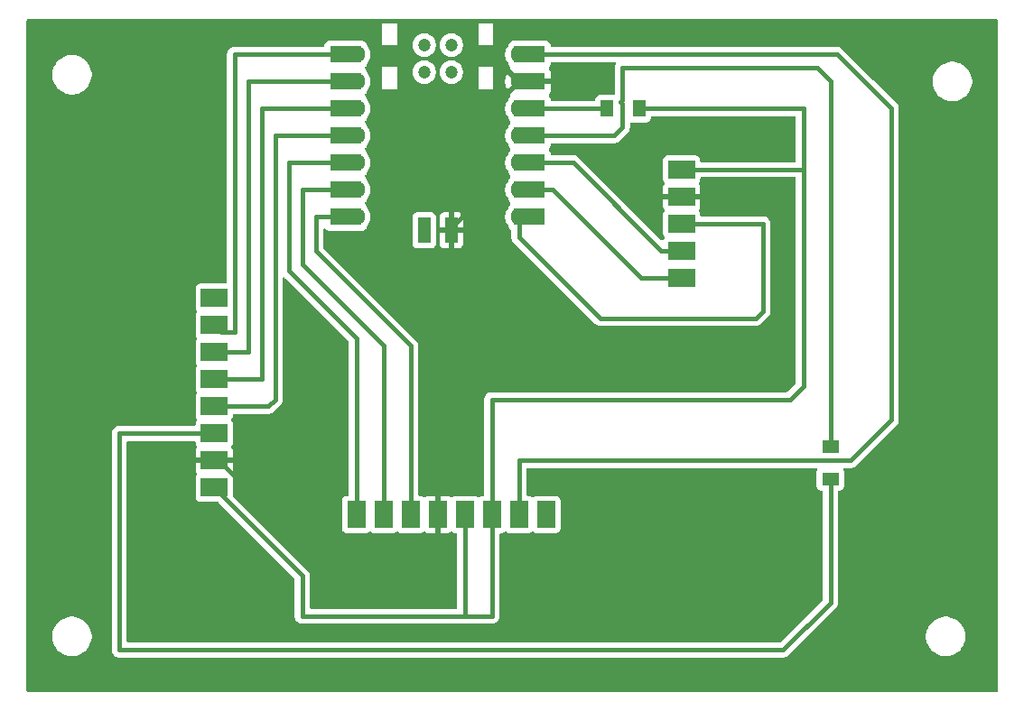
<source format=gbr>
%TF.GenerationSoftware,KiCad,Pcbnew,9.0.5*%
%TF.CreationDate,2025-12-10T20:46:37-05:00*%
%TF.ProjectId,main_board,6d61696e-5f62-46f6-9172-642e6b696361,rev?*%
%TF.SameCoordinates,Original*%
%TF.FileFunction,Copper,L1,Top*%
%TF.FilePolarity,Positive*%
%FSLAX46Y46*%
G04 Gerber Fmt 4.6, Leading zero omitted, Abs format (unit mm)*
G04 Created by KiCad (PCBNEW 9.0.5) date 2025-12-10 20:46:37*
%MOMM*%
%LPD*%
G01*
G04 APERTURE LIST*
%TA.AperFunction,SMDPad,CuDef*%
%ADD10R,2.500000X1.700000*%
%TD*%
%TA.AperFunction,SMDPad,CuDef*%
%ADD11R,1.600000X1.200000*%
%TD*%
%TA.AperFunction,ComponentPad*%
%ADD12C,1.600000*%
%TD*%
%TA.AperFunction,SMDPad,CuDef*%
%ADD13R,3.000000X1.600000*%
%TD*%
%TA.AperFunction,SMDPad,CuDef*%
%ADD14R,1.200000X2.400000*%
%TD*%
%TA.AperFunction,SMDPad,CuDef*%
%ADD15C,1.200000*%
%TD*%
%TA.AperFunction,SMDPad,CuDef*%
%ADD16R,1.200000X1.600000*%
%TD*%
%TA.AperFunction,SMDPad,CuDef*%
%ADD17R,1.700000X2.500000*%
%TD*%
%TA.AperFunction,Conductor*%
%ADD18C,0.400000*%
%TD*%
G04 APERTURE END LIST*
D10*
%TO.P,J3,1,Pin_1*%
%TO.N,/3V3*%
X183515000Y-83185000D03*
%TO.P,J3,2,Pin_2*%
%TO.N,/Gnd*%
X183515000Y-85725000D03*
%TO.P,J3,3,Pin_3*%
%TO.N,/MIC_BCLK*%
X183515000Y-88265000D03*
%TO.P,J3,4,Pin_4*%
%TO.N,/MIC_SD*%
X183515000Y-90805000D03*
%TO.P,J3,5,Pin_5*%
%TO.N,/MIC_WS*%
X183515000Y-93345000D03*
%TD*%
D11*
%TO.P,R2,1*%
%TO.N,/Red_Left*%
X197485000Y-112220000D03*
%TO.P,R2,2*%
X197485000Y-109220000D03*
%TD*%
D12*
%TO.P,M1,1,D0*%
%TO.N,/Red_Right*%
X153035000Y-72390000D03*
D13*
X152035000Y-72390000D03*
D12*
%TO.P,M1,2,D1*%
%TO.N,/Yel_Right*%
X153035000Y-74930000D03*
D13*
X152035000Y-74930000D03*
D12*
%TO.P,M1,3,D2*%
%TO.N,/Green*%
X153035000Y-77470000D03*
D13*
X152035000Y-77470000D03*
D12*
%TO.P,M1,4,D3*%
%TO.N,/Yel_Left*%
X153035000Y-80010000D03*
D13*
X152035000Y-80010000D03*
D12*
%TO.P,M1,5,D4*%
%TO.N,/OLED_SDA*%
X153035000Y-82550000D03*
D13*
X152035000Y-82550000D03*
D12*
%TO.P,M1,6,D5*%
%TO.N,/OLED_SCL*%
X153035000Y-85090000D03*
D13*
X152035000Y-85090000D03*
D12*
%TO.P,M1,7,D6*%
%TO.N,/BUZZ_SIG*%
X153035000Y-87630000D03*
D13*
X152035000Y-87630000D03*
D12*
%TO.P,M1,8,D7*%
%TO.N,/MIC_BCLK*%
X168270000Y-87630000D03*
D13*
X169270000Y-87630000D03*
D12*
%TO.P,M1,9,D8*%
%TO.N,/MIC_WS*%
X168270000Y-85090000D03*
D13*
X169270000Y-85090000D03*
D12*
%TO.P,M1,10,D9*%
%TO.N,/MIC_SD*%
X168270000Y-82550000D03*
D13*
X169270000Y-82550000D03*
D12*
%TO.P,M1,11,D10*%
%TO.N,/Red_Left*%
X168270000Y-80010000D03*
D13*
X169270000Y-80010000D03*
D12*
%TO.P,M1,12,3V3*%
%TO.N,/3V3*%
X168270000Y-77470000D03*
D13*
X169270000Y-77470000D03*
D12*
%TO.P,M1,13,GND*%
%TO.N,/Gnd*%
X168270000Y-74930000D03*
D13*
X169270000Y-74930000D03*
D12*
%TO.P,M1,14,5V*%
%TO.N,/5V*%
X168270000Y-72390000D03*
D13*
X169270000Y-72390000D03*
D14*
%TO.P,M1,15,GND*%
%TO.N,/Gnd*%
X161925000Y-88900000D03*
%TO.P,M1,16,VIN*%
%TO.N,unconnected-(M1-VIN-Pad16)*%
X159385000Y-88900000D03*
D15*
%TO.P,M1,17,SWDIO*%
%TO.N,unconnected-(M1-SWDIO-Pad17)*%
X159380000Y-71510000D03*
%TO.P,M1,18,RESET*%
%TO.N,unconnected-(M1-RESET-Pad18)*%
X159380000Y-74050000D03*
%TO.P,M1,19,GND*%
%TO.N,unconnected-(M1-GND-Pad19)*%
X161920000Y-74050000D03*
%TO.P,M1,20,SWCLK*%
%TO.N,unconnected-(M1-SWCLK-Pad20)*%
X161920000Y-71510000D03*
%TD*%
D16*
%TO.P,R1,1*%
%TO.N,/3V3*%
X179530000Y-77470000D03*
%TO.P,R1,2*%
X176530000Y-77470000D03*
%TD*%
D17*
%TO.P,J2,1,Pin_1*%
%TO.N,unconnected-(J2-Pin_1-Pad1)*%
X170815000Y-115570000D03*
%TO.P,J2,2,Pin_2*%
%TO.N,/5V*%
X168275000Y-115570000D03*
%TO.P,J2,3,Pin_3*%
%TO.N,/3V3*%
X165735000Y-115570000D03*
%TO.P,J2,4,Pin_4*%
X163195000Y-115570000D03*
%TO.P,J2,5,Pin_5*%
%TO.N,/Gnd*%
X160655000Y-115570000D03*
%TO.P,J2,6,Pin_6*%
%TO.N,/BUZZ_SIG*%
X158115000Y-115570000D03*
%TO.P,J2,7,Pin_7*%
%TO.N,/OLED_SCL*%
X155575000Y-115570000D03*
%TO.P,J2,8,Pin_8*%
%TO.N,/OLED_SDA*%
X153035000Y-115570000D03*
%TD*%
D10*
%TO.P,J1,1,Pin_1*%
%TO.N,/3V3*%
X139700000Y-113030000D03*
%TO.P,J1,2,Pin_2*%
%TO.N,/Gnd*%
X139700000Y-110490000D03*
%TO.P,J1,3,Pin_3*%
%TO.N,/Red_Left*%
X139700000Y-107950000D03*
%TO.P,J1,4,Pin_4*%
%TO.N,/Yel_Left*%
X139700000Y-105410000D03*
%TO.P,J1,5,Pin_5*%
%TO.N,/Green*%
X139700000Y-102870000D03*
%TO.P,J1,6,Pin_6*%
%TO.N,/Yel_Right*%
X139700000Y-100330000D03*
%TO.P,J1,7,Pin_7*%
%TO.N,/Red_Right*%
X139700000Y-97790000D03*
%TO.P,J1,8,Pin_8*%
%TO.N,unconnected-(J1-Pin_8-Pad8)*%
X139700000Y-95250000D03*
%TD*%
D18*
%TO.N,/Yel_Left*%
X144780000Y-105410000D02*
X145415000Y-104775000D01*
X145415000Y-80010000D02*
X153035000Y-80010000D01*
X145415000Y-104775000D02*
X145415000Y-80010000D01*
X139700000Y-105410000D02*
X144780000Y-105410000D01*
%TO.N,/3V3*%
X193675000Y-104775000D02*
X194945000Y-103505000D01*
X163195000Y-115570000D02*
X163195000Y-125095000D01*
X183515000Y-83185000D02*
X194945000Y-83185000D01*
X147955000Y-125095000D02*
X163195000Y-125095000D01*
X165735000Y-104775000D02*
X193675000Y-104775000D01*
X147955000Y-121285000D02*
X147955000Y-125095000D01*
X168270000Y-77470000D02*
X176530000Y-77470000D01*
X139700000Y-113030000D02*
X147955000Y-121285000D01*
X163195000Y-125095000D02*
X165735000Y-125095000D01*
X165735000Y-125095000D02*
X165735000Y-115570000D01*
X165735000Y-115570000D02*
X165735000Y-104775000D01*
X179530000Y-77470000D02*
X194945000Y-77470000D01*
X194945000Y-77470000D02*
X194945000Y-103505000D01*
%TO.N,/Green*%
X139700000Y-102870000D02*
X144145000Y-102870000D01*
X144145000Y-77470000D02*
X153035000Y-77470000D01*
X144145000Y-102870000D02*
X144145000Y-77470000D01*
%TO.N,/Red_Right*%
X139700000Y-97790000D02*
X140335000Y-98425000D01*
X141605000Y-72390000D02*
X153035000Y-72390000D01*
X141605000Y-98425000D02*
X141605000Y-72390000D01*
X140335000Y-98425000D02*
X141605000Y-98425000D01*
%TO.N,/Yel_Right*%
X142875000Y-100330000D02*
X142875000Y-74930000D01*
X139700000Y-100330000D02*
X142875000Y-100330000D01*
X142875000Y-74930000D02*
X153035000Y-74930000D01*
%TO.N,/Red_Left*%
X193040000Y-128270000D02*
X197485000Y-123825000D01*
X177800000Y-76835000D02*
X177834000Y-76869000D01*
X196215000Y-73660000D02*
X177970183Y-73660000D01*
X197485000Y-74930000D02*
X197485000Y-109220000D01*
X130810000Y-107950000D02*
X130810000Y-128270000D01*
X177165000Y-80010000D02*
X177970183Y-79204817D01*
X130810000Y-128270000D02*
X193040000Y-128270000D01*
X197485000Y-74930000D02*
X196215000Y-73660000D01*
X177970183Y-73660000D02*
X177970183Y-76664817D01*
X139700000Y-107950000D02*
X130810000Y-107950000D01*
X177970183Y-77005183D02*
X177800000Y-76835000D01*
X197485000Y-112220000D02*
X197485000Y-123825000D01*
X177970183Y-79204817D02*
X177970183Y-77005183D01*
X168270000Y-80010000D02*
X177165000Y-80010000D01*
%TO.N,/Gnd*%
X162926000Y-80274000D02*
X162926000Y-87630000D01*
X139700000Y-110490000D02*
X140100000Y-110490000D01*
X160655000Y-109855000D02*
X160655000Y-93345000D01*
X168270000Y-74930000D02*
X162926000Y-80274000D01*
X149860000Y-120250000D02*
X149860000Y-123190000D01*
X160655000Y-93345000D02*
X161925000Y-92075000D01*
X161925000Y-88631000D02*
X162926000Y-87630000D01*
X160645000Y-115560000D02*
X160655000Y-115570000D01*
X193040000Y-85725000D02*
X193040000Y-102870000D01*
X161925000Y-88900000D02*
X161925000Y-88631000D01*
X140100000Y-110490000D02*
X149860000Y-120250000D01*
X160655000Y-123190000D02*
X160655000Y-115570000D01*
X149860000Y-123190000D02*
X160655000Y-123190000D01*
X183515000Y-85725000D02*
X193040000Y-85725000D01*
X161925000Y-92075000D02*
X161925000Y-88900000D01*
X160655000Y-102870000D02*
X160655000Y-109855000D01*
X160655000Y-115570000D02*
X160655000Y-109855000D01*
X193040000Y-102870000D02*
X160655000Y-102870000D01*
%TO.N,/BUZZ_SIG*%
X149225000Y-87630000D02*
X149225000Y-90805000D01*
X158115000Y-99695000D02*
X158115000Y-115570000D01*
X153035000Y-87630000D02*
X149225000Y-87630000D01*
X149225000Y-90805000D02*
X158115000Y-99695000D01*
%TO.N,/OLED_SDA*%
X146685000Y-82550000D02*
X146685000Y-92710000D01*
X153035000Y-82550000D02*
X146685000Y-82550000D01*
X146685000Y-92710000D02*
X153035000Y-99060000D01*
X153035000Y-99060000D02*
X153035000Y-115570000D01*
%TO.N,/OLED_SCL*%
X155575000Y-99695000D02*
X155575000Y-115570000D01*
X147955000Y-85090000D02*
X147955000Y-92075000D01*
X153035000Y-85090000D02*
X147955000Y-85090000D01*
X147955000Y-92075000D02*
X155575000Y-99695000D01*
%TO.N,/MIC_SD*%
X168270000Y-82550000D02*
X173355000Y-82550000D01*
X181610000Y-90805000D02*
X183515000Y-90805000D01*
X173355000Y-82550000D02*
X181610000Y-90805000D01*
%TO.N,/MIC_BCLK*%
X191135000Y-88265000D02*
X183515000Y-88265000D01*
X168270000Y-89530000D02*
X175895000Y-97155000D01*
X191135000Y-96520000D02*
X191135000Y-88265000D01*
X175895000Y-97155000D02*
X190500000Y-97155000D01*
X190500000Y-97155000D02*
X191135000Y-96520000D01*
X168270000Y-87630000D02*
X168270000Y-89530000D01*
%TO.N,/MIC_WS*%
X168270000Y-85090000D02*
X171450000Y-85090000D01*
X171450000Y-85090000D02*
X179705000Y-93345000D01*
X179705000Y-93345000D02*
X183515000Y-93345000D01*
%TO.N,/5V*%
X198120000Y-72390000D02*
X203200000Y-77470000D01*
X199390000Y-110490000D02*
X193508013Y-110490000D01*
X193508013Y-110490000D02*
X193502554Y-110484541D01*
X203200000Y-77470000D02*
X203200000Y-106680000D01*
X193497095Y-110490000D02*
X168275000Y-110490000D01*
X168270000Y-72390000D02*
X198120000Y-72390000D01*
X193502554Y-110484541D02*
X193497095Y-110490000D01*
X168275000Y-110490000D02*
X168275000Y-115570000D01*
X203200000Y-106680000D02*
X199390000Y-110490000D01*
%TD*%
%TA.AperFunction,Conductor*%
%TO.N,/Gnd*%
G36*
X177285990Y-73093363D02*
G01*
X177296075Y-73092097D01*
X177318950Y-73103041D01*
X177343278Y-73110185D01*
X177349932Y-73117865D01*
X177359102Y-73122252D01*
X177372429Y-73143828D01*
X177389033Y-73162989D01*
X177390479Y-73173047D01*
X177395821Y-73181695D01*
X177395368Y-73207047D01*
X177398977Y-73232147D01*
X177394721Y-73243253D01*
X177394573Y-73251554D01*
X177379342Y-73283389D01*
X177369926Y-73297482D01*
X177349408Y-73328188D01*
X177349404Y-73328195D01*
X177296604Y-73455667D01*
X177296601Y-73455677D01*
X177269683Y-73591004D01*
X177269683Y-76045500D01*
X177249998Y-76112539D01*
X177197194Y-76158294D01*
X177145683Y-76169500D01*
X175882129Y-76169500D01*
X175882123Y-76169501D01*
X175822516Y-76175908D01*
X175687671Y-76226202D01*
X175687664Y-76226206D01*
X175572455Y-76312452D01*
X175572452Y-76312455D01*
X175486206Y-76427664D01*
X175486202Y-76427671D01*
X175435908Y-76562517D01*
X175431470Y-76603802D01*
X175429501Y-76622123D01*
X175429500Y-76622135D01*
X175429500Y-76645500D01*
X175409815Y-76712539D01*
X175357011Y-76758294D01*
X175305500Y-76769500D01*
X171394499Y-76769500D01*
X171327460Y-76749815D01*
X171281705Y-76697011D01*
X171270499Y-76645500D01*
X171270499Y-76622129D01*
X171270498Y-76622123D01*
X171270497Y-76622116D01*
X171264091Y-76562517D01*
X171213796Y-76427669D01*
X171213795Y-76427668D01*
X171213793Y-76427664D01*
X171127547Y-76312455D01*
X171109511Y-76298953D01*
X171067640Y-76243019D01*
X171062657Y-76173327D01*
X171096143Y-76112004D01*
X171109515Y-76100418D01*
X171127191Y-76087186D01*
X171213350Y-75972093D01*
X171213354Y-75972086D01*
X171263596Y-75837379D01*
X171263598Y-75837372D01*
X171269999Y-75777844D01*
X171270000Y-75777827D01*
X171270000Y-75180000D01*
X169394000Y-75180000D01*
X169326961Y-75160315D01*
X169281206Y-75107511D01*
X169270000Y-75056000D01*
X169270000Y-74804000D01*
X169289685Y-74736961D01*
X169342489Y-74691206D01*
X169394000Y-74680000D01*
X171270000Y-74680000D01*
X171270000Y-74082172D01*
X171269999Y-74082155D01*
X171263598Y-74022627D01*
X171263596Y-74022620D01*
X171213354Y-73887913D01*
X171213350Y-73887906D01*
X171127190Y-73772812D01*
X171127189Y-73772811D01*
X171109513Y-73759579D01*
X171067641Y-73703646D01*
X171062657Y-73633954D01*
X171096142Y-73572631D01*
X171109500Y-73561055D01*
X171127546Y-73547546D01*
X171213796Y-73432331D01*
X171264091Y-73297483D01*
X171270500Y-73237873D01*
X171270500Y-73214500D01*
X171290185Y-73147461D01*
X171342989Y-73101706D01*
X171394500Y-73090500D01*
X177276239Y-73090500D01*
X177285990Y-73093363D01*
G37*
%TD.AperFunction*%
%TA.AperFunction,Conductor*%
G36*
X213120039Y-69100185D02*
G01*
X213165794Y-69152989D01*
X213177000Y-69204500D01*
X213177000Y-132090500D01*
X213157315Y-132157539D01*
X213104511Y-132203294D01*
X213053000Y-132214500D01*
X122227000Y-132214500D01*
X122159961Y-132194815D01*
X122114206Y-132142011D01*
X122103000Y-132090500D01*
X122103000Y-126878711D01*
X124514500Y-126878711D01*
X124514500Y-126878712D01*
X124514500Y-127121288D01*
X124546162Y-127361789D01*
X124577554Y-127478944D01*
X124608947Y-127596104D01*
X124701773Y-127820205D01*
X124701776Y-127820212D01*
X124823064Y-128030289D01*
X124823066Y-128030292D01*
X124823067Y-128030293D01*
X124970733Y-128222736D01*
X124970739Y-128222743D01*
X125142256Y-128394260D01*
X125142262Y-128394265D01*
X125334711Y-128541936D01*
X125544788Y-128663224D01*
X125768900Y-128756054D01*
X126003211Y-128818838D01*
X126183586Y-128842584D01*
X126243711Y-128850500D01*
X126243712Y-128850500D01*
X126486289Y-128850500D01*
X126534388Y-128844167D01*
X126726789Y-128818838D01*
X126961100Y-128756054D01*
X127185212Y-128663224D01*
X127395289Y-128541936D01*
X127587738Y-128394265D01*
X127643008Y-128338995D01*
X130109499Y-128338995D01*
X130136418Y-128474322D01*
X130136421Y-128474332D01*
X130189221Y-128601804D01*
X130189228Y-128601817D01*
X130265885Y-128716541D01*
X130265888Y-128716545D01*
X130363454Y-128814111D01*
X130363458Y-128814114D01*
X130478182Y-128890771D01*
X130478195Y-128890778D01*
X130605667Y-128943578D01*
X130605672Y-128943580D01*
X130605676Y-128943580D01*
X130605677Y-128943581D01*
X130741004Y-128970500D01*
X130741007Y-128970500D01*
X193108996Y-128970500D01*
X193200040Y-128952389D01*
X193244328Y-128943580D01*
X193308069Y-128917177D01*
X193371807Y-128890777D01*
X193371808Y-128890776D01*
X193371811Y-128890775D01*
X193486543Y-128814114D01*
X194480452Y-127820205D01*
X195421947Y-126878711D01*
X206429500Y-126878711D01*
X206429500Y-126878712D01*
X206429500Y-127121288D01*
X206461162Y-127361789D01*
X206492554Y-127478944D01*
X206523947Y-127596104D01*
X206616773Y-127820205D01*
X206616776Y-127820212D01*
X206738064Y-128030289D01*
X206738066Y-128030292D01*
X206738067Y-128030293D01*
X206885733Y-128222736D01*
X206885739Y-128222743D01*
X207057256Y-128394260D01*
X207057262Y-128394265D01*
X207249711Y-128541936D01*
X207459788Y-128663224D01*
X207683900Y-128756054D01*
X207918211Y-128818838D01*
X208098586Y-128842584D01*
X208158711Y-128850500D01*
X208158712Y-128850500D01*
X208401289Y-128850500D01*
X208449388Y-128844167D01*
X208641789Y-128818838D01*
X208876100Y-128756054D01*
X209100212Y-128663224D01*
X209310289Y-128541936D01*
X209502738Y-128394265D01*
X209674265Y-128222738D01*
X209821936Y-128030289D01*
X209943224Y-127820212D01*
X210036054Y-127596100D01*
X210098838Y-127361789D01*
X210130500Y-127121288D01*
X210130500Y-126878712D01*
X210098838Y-126638211D01*
X210036054Y-126403900D01*
X209943224Y-126179788D01*
X209821936Y-125969711D01*
X209761018Y-125890321D01*
X209674266Y-125777263D01*
X209674260Y-125777256D01*
X209502743Y-125605739D01*
X209502736Y-125605733D01*
X209310293Y-125458067D01*
X209310292Y-125458066D01*
X209310289Y-125458064D01*
X209100212Y-125336776D01*
X209100205Y-125336773D01*
X208876104Y-125243947D01*
X208641785Y-125181161D01*
X208401289Y-125149500D01*
X208401288Y-125149500D01*
X208158712Y-125149500D01*
X208158711Y-125149500D01*
X207918214Y-125181161D01*
X207683895Y-125243947D01*
X207459794Y-125336773D01*
X207459785Y-125336777D01*
X207249706Y-125458067D01*
X207057263Y-125605733D01*
X207057256Y-125605739D01*
X206885739Y-125777256D01*
X206885733Y-125777263D01*
X206738067Y-125969706D01*
X206616777Y-126179785D01*
X206616773Y-126179794D01*
X206523947Y-126403895D01*
X206461161Y-126638214D01*
X206429500Y-126878711D01*
X195421947Y-126878711D01*
X195513686Y-126786972D01*
X197151157Y-125149500D01*
X198029114Y-124271543D01*
X198059819Y-124225587D01*
X198105775Y-124156811D01*
X198158580Y-124029328D01*
X198185500Y-123893993D01*
X198185500Y-113444499D01*
X198205185Y-113377460D01*
X198257989Y-113331705D01*
X198309500Y-113320499D01*
X198332871Y-113320499D01*
X198332872Y-113320499D01*
X198392483Y-113314091D01*
X198527331Y-113263796D01*
X198642546Y-113177546D01*
X198728796Y-113062331D01*
X198779091Y-112927483D01*
X198785500Y-112867873D01*
X198785499Y-111572128D01*
X198779091Y-111512517D01*
X198728796Y-111377669D01*
X198726754Y-111373929D01*
X198725847Y-111369762D01*
X198725697Y-111369359D01*
X198725755Y-111369337D01*
X198711901Y-111305657D01*
X198736316Y-111240192D01*
X198792249Y-111198319D01*
X198835585Y-111190500D01*
X199458996Y-111190500D01*
X199550040Y-111172389D01*
X199594328Y-111163580D01*
X199658069Y-111137177D01*
X199721807Y-111110777D01*
X199721808Y-111110776D01*
X199721811Y-111110775D01*
X199836543Y-111034114D01*
X203744114Y-107126543D01*
X203820775Y-107011811D01*
X203873580Y-106884328D01*
X203882389Y-106840040D01*
X203900500Y-106748996D01*
X203900500Y-77401006D01*
X203893864Y-77367649D01*
X203893864Y-77367646D01*
X203873581Y-77265679D01*
X203873581Y-77265677D01*
X203873580Y-77265672D01*
X203873578Y-77265667D01*
X203820777Y-77138192D01*
X203744112Y-77023454D01*
X201529369Y-74808711D01*
X207064500Y-74808711D01*
X207064500Y-75051288D01*
X207086731Y-75220157D01*
X207096162Y-75291789D01*
X207106401Y-75330000D01*
X207158947Y-75526104D01*
X207251773Y-75750205D01*
X207251777Y-75750214D01*
X207267746Y-75777873D01*
X207373064Y-75960289D01*
X207373066Y-75960292D01*
X207373067Y-75960293D01*
X207520733Y-76152736D01*
X207520739Y-76152743D01*
X207692256Y-76324260D01*
X207692262Y-76324265D01*
X207884711Y-76471936D01*
X208094788Y-76593224D01*
X208318900Y-76686054D01*
X208553211Y-76748838D01*
X208733586Y-76772584D01*
X208793711Y-76780500D01*
X208793712Y-76780500D01*
X209036289Y-76780500D01*
X209084388Y-76774167D01*
X209276789Y-76748838D01*
X209511100Y-76686054D01*
X209735212Y-76593224D01*
X209945289Y-76471936D01*
X210137738Y-76324265D01*
X210309265Y-76152738D01*
X210456936Y-75960289D01*
X210578224Y-75750212D01*
X210671054Y-75526100D01*
X210733838Y-75291789D01*
X210765500Y-75051288D01*
X210765500Y-74808712D01*
X210733838Y-74568211D01*
X210671054Y-74333900D01*
X210578224Y-74109788D01*
X210456936Y-73899711D01*
X210359563Y-73772812D01*
X210309266Y-73707263D01*
X210309260Y-73707256D01*
X210137743Y-73535739D01*
X210137736Y-73535733D01*
X209945293Y-73388067D01*
X209945292Y-73388066D01*
X209945289Y-73388064D01*
X209735212Y-73266776D01*
X209698463Y-73251554D01*
X209511104Y-73173947D01*
X209276785Y-73111161D01*
X209036289Y-73079500D01*
X209036288Y-73079500D01*
X208793712Y-73079500D01*
X208793711Y-73079500D01*
X208553214Y-73111161D01*
X208318895Y-73173947D01*
X208094794Y-73266773D01*
X208094785Y-73266777D01*
X207884706Y-73388067D01*
X207692263Y-73535733D01*
X207692256Y-73535739D01*
X207520739Y-73707256D01*
X207520733Y-73707263D01*
X207373067Y-73899706D01*
X207251777Y-74109785D01*
X207251773Y-74109794D01*
X207158947Y-74333895D01*
X207096161Y-74568214D01*
X207064500Y-74808711D01*
X201529369Y-74808711D01*
X198566545Y-71845887D01*
X198451807Y-71769222D01*
X198324332Y-71716421D01*
X198324322Y-71716418D01*
X198188996Y-71689500D01*
X198188994Y-71689500D01*
X198188993Y-71689500D01*
X171394499Y-71689500D01*
X171327460Y-71669815D01*
X171281705Y-71617011D01*
X171270499Y-71565500D01*
X171270499Y-71542129D01*
X171270498Y-71542123D01*
X171270497Y-71542116D01*
X171264091Y-71482517D01*
X171213796Y-71347669D01*
X171213795Y-71347668D01*
X171213793Y-71347664D01*
X171127547Y-71232455D01*
X171127544Y-71232452D01*
X171012335Y-71146206D01*
X171012328Y-71146202D01*
X170877482Y-71095908D01*
X170877483Y-71095908D01*
X170817883Y-71089501D01*
X170817881Y-71089500D01*
X170817873Y-71089500D01*
X168372356Y-71089500D01*
X168372352Y-71089500D01*
X168167648Y-71089500D01*
X168167642Y-71089500D01*
X167722129Y-71089500D01*
X167722123Y-71089501D01*
X167662516Y-71095908D01*
X167527671Y-71146202D01*
X167527664Y-71146206D01*
X167412455Y-71232452D01*
X167412452Y-71232455D01*
X167326206Y-71347664D01*
X167326202Y-71347671D01*
X167275908Y-71482517D01*
X167271470Y-71523802D01*
X167248499Y-71583432D01*
X167157715Y-71708386D01*
X167064781Y-71890776D01*
X167001522Y-72085465D01*
X166969500Y-72287648D01*
X166969500Y-72492351D01*
X167001522Y-72694534D01*
X167064781Y-72889223D01*
X167157712Y-73071608D01*
X167157713Y-73071610D01*
X167248500Y-73196571D01*
X167271471Y-73256201D01*
X167275909Y-73297483D01*
X167326202Y-73432328D01*
X167326206Y-73432335D01*
X167412452Y-73547544D01*
X167412453Y-73547544D01*
X167412454Y-73547546D01*
X167430486Y-73561045D01*
X167472357Y-73616976D01*
X167477343Y-73686667D01*
X167443859Y-73747991D01*
X167443553Y-73748255D01*
X167443436Y-73749884D01*
X168223553Y-74530000D01*
X168217339Y-74530000D01*
X168115606Y-74557259D01*
X168024394Y-74609920D01*
X167949920Y-74684394D01*
X167897259Y-74775606D01*
X167870000Y-74877339D01*
X167870000Y-74883553D01*
X167190524Y-74204077D01*
X167190523Y-74204077D01*
X167158143Y-74248644D01*
X167065244Y-74430968D01*
X167002009Y-74625582D01*
X166970000Y-74827682D01*
X166970000Y-75032317D01*
X167002009Y-75234417D01*
X167065244Y-75429031D01*
X167158141Y-75611350D01*
X167158147Y-75611359D01*
X167190523Y-75655921D01*
X167190524Y-75655922D01*
X167870000Y-74976446D01*
X167870000Y-74982661D01*
X167897259Y-75084394D01*
X167949920Y-75175606D01*
X168024394Y-75250080D01*
X168115606Y-75302741D01*
X168217339Y-75330000D01*
X168223552Y-75330000D01*
X167443436Y-76110114D01*
X167444037Y-76118522D01*
X167472357Y-76156353D01*
X167477342Y-76226044D01*
X167443858Y-76287368D01*
X167430490Y-76298951D01*
X167412455Y-76312452D01*
X167412452Y-76312455D01*
X167326206Y-76427664D01*
X167326202Y-76427671D01*
X167275908Y-76562517D01*
X167271470Y-76603802D01*
X167248499Y-76663432D01*
X167157715Y-76788386D01*
X167064781Y-76970776D01*
X167001522Y-77165465D01*
X166969500Y-77367646D01*
X166969500Y-77572351D01*
X167001522Y-77774534D01*
X167064781Y-77969223D01*
X167157712Y-78151608D01*
X167157713Y-78151610D01*
X167248500Y-78276571D01*
X167271471Y-78336201D01*
X167275909Y-78377483D01*
X167326202Y-78512328D01*
X167326206Y-78512335D01*
X167412452Y-78627544D01*
X167412453Y-78627544D01*
X167412454Y-78627546D01*
X167430070Y-78640733D01*
X167430071Y-78640734D01*
X167471941Y-78696668D01*
X167476925Y-78766360D01*
X167443439Y-78827683D01*
X167430071Y-78839266D01*
X167412452Y-78852455D01*
X167326206Y-78967664D01*
X167326202Y-78967671D01*
X167275908Y-79102517D01*
X167271470Y-79143802D01*
X167248499Y-79203432D01*
X167157715Y-79328386D01*
X167064781Y-79510776D01*
X167001522Y-79705465D01*
X166969500Y-79907648D01*
X166969500Y-80112351D01*
X167001522Y-80314534D01*
X167064781Y-80509223D01*
X167157712Y-80691608D01*
X167157713Y-80691610D01*
X167248500Y-80816571D01*
X167271471Y-80876201D01*
X167275909Y-80917483D01*
X167326202Y-81052328D01*
X167326206Y-81052335D01*
X167412452Y-81167544D01*
X167412453Y-81167544D01*
X167412454Y-81167546D01*
X167430070Y-81180733D01*
X167430071Y-81180734D01*
X167471941Y-81236668D01*
X167476925Y-81306360D01*
X167443439Y-81367683D01*
X167430071Y-81379266D01*
X167412452Y-81392455D01*
X167326206Y-81507664D01*
X167326202Y-81507671D01*
X167275908Y-81642517D01*
X167271470Y-81683802D01*
X167248499Y-81743432D01*
X167157715Y-81868386D01*
X167064781Y-82050776D01*
X167001522Y-82245465D01*
X166969500Y-82447648D01*
X166969500Y-82652351D01*
X167001522Y-82854534D01*
X167064781Y-83049223D01*
X167157712Y-83231608D01*
X167157713Y-83231610D01*
X167248500Y-83356571D01*
X167271471Y-83416201D01*
X167275909Y-83457483D01*
X167326202Y-83592328D01*
X167326206Y-83592335D01*
X167412452Y-83707544D01*
X167412453Y-83707544D01*
X167412454Y-83707546D01*
X167430070Y-83720733D01*
X167430071Y-83720734D01*
X167471941Y-83776668D01*
X167476925Y-83846360D01*
X167443439Y-83907683D01*
X167430071Y-83919266D01*
X167412452Y-83932455D01*
X167326206Y-84047664D01*
X167326202Y-84047671D01*
X167275908Y-84182517D01*
X167271470Y-84223802D01*
X167248499Y-84283432D01*
X167157715Y-84408386D01*
X167064781Y-84590776D01*
X167001522Y-84785465D01*
X166969500Y-84987648D01*
X166969500Y-85192351D01*
X167001522Y-85394534D01*
X167064781Y-85589223D01*
X167157712Y-85771608D01*
X167157713Y-85771610D01*
X167248500Y-85896571D01*
X167271471Y-85956201D01*
X167275909Y-85997483D01*
X167326202Y-86132328D01*
X167326206Y-86132335D01*
X167412452Y-86247544D01*
X167412453Y-86247544D01*
X167412454Y-86247546D01*
X167430070Y-86260733D01*
X167430071Y-86260734D01*
X167471941Y-86316668D01*
X167476925Y-86386360D01*
X167443439Y-86447683D01*
X167430071Y-86459266D01*
X167412452Y-86472455D01*
X167326206Y-86587664D01*
X167326202Y-86587671D01*
X167275908Y-86722517D01*
X167271470Y-86763802D01*
X167248499Y-86823432D01*
X167157715Y-86948386D01*
X167064781Y-87130776D01*
X167001522Y-87325465D01*
X166969500Y-87527648D01*
X166969500Y-87732351D01*
X167001522Y-87934534D01*
X167064781Y-88129223D01*
X167157712Y-88311608D01*
X167157713Y-88311610D01*
X167248500Y-88436571D01*
X167271471Y-88496201D01*
X167275909Y-88537483D01*
X167326202Y-88672328D01*
X167326206Y-88672335D01*
X167383766Y-88749224D01*
X167412454Y-88787546D01*
X167519811Y-88867914D01*
X167561682Y-88923847D01*
X167569500Y-88967180D01*
X167569500Y-89461006D01*
X167569500Y-89598994D01*
X167569500Y-89598996D01*
X167569499Y-89598996D01*
X167596418Y-89734322D01*
X167596421Y-89734332D01*
X167649222Y-89861807D01*
X167725887Y-89976545D01*
X167725888Y-89976546D01*
X175350886Y-97601542D01*
X175448456Y-97699112D01*
X175448459Y-97699115D01*
X175563182Y-97775771D01*
X175563189Y-97775775D01*
X175631874Y-97804225D01*
X175690671Y-97828580D01*
X175717591Y-97833934D01*
X175810669Y-97852449D01*
X175826006Y-97855500D01*
X175826007Y-97855500D01*
X190568996Y-97855500D01*
X190677412Y-97833934D01*
X190704328Y-97828580D01*
X190768069Y-97802177D01*
X190831807Y-97775777D01*
X190831808Y-97775776D01*
X190831811Y-97775775D01*
X190946543Y-97699114D01*
X191679114Y-96966543D01*
X191755775Y-96851811D01*
X191808580Y-96724328D01*
X191817389Y-96680040D01*
X191835500Y-96588996D01*
X191835500Y-88196004D01*
X191808581Y-88060677D01*
X191808580Y-88060676D01*
X191808580Y-88060672D01*
X191808578Y-88060667D01*
X191755778Y-87933195D01*
X191755771Y-87933182D01*
X191679114Y-87818458D01*
X191679111Y-87818454D01*
X191581545Y-87720888D01*
X191581541Y-87720885D01*
X191466817Y-87644228D01*
X191466804Y-87644221D01*
X191339332Y-87591421D01*
X191339322Y-87591418D01*
X191203995Y-87564500D01*
X191203993Y-87564500D01*
X185389499Y-87564500D01*
X185322460Y-87544815D01*
X185276705Y-87492011D01*
X185265499Y-87440500D01*
X185265499Y-87367129D01*
X185265498Y-87367123D01*
X185265497Y-87367116D01*
X185259091Y-87307517D01*
X185240118Y-87256649D01*
X185208797Y-87172671D01*
X185208795Y-87172668D01*
X185131109Y-87068893D01*
X185106692Y-87003430D01*
X185121543Y-86935157D01*
X185131110Y-86920271D01*
X185208352Y-86817089D01*
X185208354Y-86817086D01*
X185258596Y-86682379D01*
X185258598Y-86682372D01*
X185264999Y-86622844D01*
X185265000Y-86622827D01*
X185265000Y-85975000D01*
X181765000Y-85975000D01*
X181765000Y-86622844D01*
X181771401Y-86682372D01*
X181771403Y-86682379D01*
X181821645Y-86817086D01*
X181821646Y-86817088D01*
X181898890Y-86920272D01*
X181923307Y-86985736D01*
X181908456Y-87054009D01*
X181898890Y-87068894D01*
X181821204Y-87172669D01*
X181821202Y-87172671D01*
X181770908Y-87307517D01*
X181767114Y-87342812D01*
X181764501Y-87367123D01*
X181764500Y-87367135D01*
X181764500Y-89162870D01*
X181764501Y-89162876D01*
X181770908Y-89222483D01*
X181821202Y-89357328D01*
X181821203Y-89357330D01*
X181898578Y-89460689D01*
X181905922Y-89480379D01*
X181917613Y-89497843D01*
X181917886Y-89512457D01*
X181922995Y-89526153D01*
X181918527Y-89546690D01*
X181918921Y-89567701D01*
X181909978Y-89585991D01*
X181908144Y-89594426D01*
X181904863Y-89600074D01*
X181901924Y-89604841D01*
X181821204Y-89712669D01*
X181799391Y-89771151D01*
X181793006Y-89781509D01*
X181775710Y-89797071D01*
X181761764Y-89815703D01*
X181750222Y-89820007D01*
X181741068Y-89828245D01*
X181718101Y-89831987D01*
X181696299Y-89840119D01*
X181684264Y-89837501D01*
X181672108Y-89839482D01*
X181650763Y-89830213D01*
X181628026Y-89825267D01*
X181612352Y-89813533D01*
X181608020Y-89811652D01*
X181606192Y-89808921D01*
X181599773Y-89804116D01*
X173801546Y-82005888D01*
X173801545Y-82005887D01*
X173686807Y-81929222D01*
X173559332Y-81876421D01*
X173559322Y-81876418D01*
X173423996Y-81849500D01*
X173423994Y-81849500D01*
X173423993Y-81849500D01*
X171394499Y-81849500D01*
X171327460Y-81829815D01*
X171281705Y-81777011D01*
X171270499Y-81725500D01*
X171270499Y-81702129D01*
X171270498Y-81702123D01*
X171270497Y-81702116D01*
X171264091Y-81642517D01*
X171213796Y-81507669D01*
X171213795Y-81507668D01*
X171213793Y-81507664D01*
X171127547Y-81392455D01*
X171127546Y-81392454D01*
X171109930Y-81379267D01*
X171068058Y-81323334D01*
X171063074Y-81253642D01*
X171096558Y-81192319D01*
X171109930Y-81180733D01*
X171127546Y-81167546D01*
X171213796Y-81052331D01*
X171264091Y-80917483D01*
X171270500Y-80857873D01*
X171270500Y-80834500D01*
X171290185Y-80767461D01*
X171342989Y-80721706D01*
X171394500Y-80710500D01*
X177233996Y-80710500D01*
X177328969Y-80691608D01*
X177369328Y-80683580D01*
X177433069Y-80657177D01*
X177496807Y-80630777D01*
X177496808Y-80630776D01*
X177496811Y-80630775D01*
X177611543Y-80554114D01*
X178514297Y-79651360D01*
X178590958Y-79536628D01*
X178643763Y-79409145D01*
X178659826Y-79328391D01*
X178670683Y-79273813D01*
X178670683Y-78884928D01*
X178690368Y-78817889D01*
X178743172Y-78772134D01*
X178812330Y-78762190D01*
X178822132Y-78764049D01*
X178822514Y-78764090D01*
X178822517Y-78764091D01*
X178882127Y-78770500D01*
X180177872Y-78770499D01*
X180237483Y-78764091D01*
X180372331Y-78713796D01*
X180487546Y-78627546D01*
X180573796Y-78512331D01*
X180624091Y-78377483D01*
X180630500Y-78317873D01*
X180630500Y-78294500D01*
X180650185Y-78227461D01*
X180702989Y-78181706D01*
X180754500Y-78170500D01*
X194120500Y-78170500D01*
X194187539Y-78190185D01*
X194233294Y-78242989D01*
X194244500Y-78294500D01*
X194244500Y-82360500D01*
X194224815Y-82427539D01*
X194172011Y-82473294D01*
X194120500Y-82484500D01*
X185389499Y-82484500D01*
X185322460Y-82464815D01*
X185276705Y-82412011D01*
X185265499Y-82360500D01*
X185265499Y-82287129D01*
X185265498Y-82287123D01*
X185265497Y-82287116D01*
X185259091Y-82227517D01*
X185208796Y-82092669D01*
X185208795Y-82092668D01*
X185208793Y-82092664D01*
X185122547Y-81977455D01*
X185122544Y-81977452D01*
X185007335Y-81891206D01*
X185007328Y-81891202D01*
X184872482Y-81840908D01*
X184872483Y-81840908D01*
X184812883Y-81834501D01*
X184812881Y-81834500D01*
X184812873Y-81834500D01*
X184812864Y-81834500D01*
X182217129Y-81834500D01*
X182217123Y-81834501D01*
X182157516Y-81840908D01*
X182022671Y-81891202D01*
X182022664Y-81891206D01*
X181907455Y-81977452D01*
X181907452Y-81977455D01*
X181821206Y-82092664D01*
X181821202Y-82092671D01*
X181770908Y-82227517D01*
X181764501Y-82287116D01*
X181764501Y-82287123D01*
X181764500Y-82287135D01*
X181764500Y-84082870D01*
X181764501Y-84082876D01*
X181770908Y-84142483D01*
X181821202Y-84277328D01*
X181821206Y-84277335D01*
X181898889Y-84381105D01*
X181923307Y-84446569D01*
X181908456Y-84514842D01*
X181898890Y-84529727D01*
X181821647Y-84632910D01*
X181821645Y-84632913D01*
X181771403Y-84767620D01*
X181771401Y-84767627D01*
X181765000Y-84827155D01*
X181765000Y-85475000D01*
X185265000Y-85475000D01*
X185265000Y-84827172D01*
X185264999Y-84827155D01*
X185258598Y-84767627D01*
X185258596Y-84767620D01*
X185208354Y-84632913D01*
X185208352Y-84632910D01*
X185131110Y-84529729D01*
X185106692Y-84464265D01*
X185121543Y-84395992D01*
X185131105Y-84381111D01*
X185208796Y-84277331D01*
X185259091Y-84142483D01*
X185265500Y-84082873D01*
X185265500Y-84009500D01*
X185285185Y-83942461D01*
X185337989Y-83896706D01*
X185389500Y-83885500D01*
X194120500Y-83885500D01*
X194187539Y-83905185D01*
X194233294Y-83957989D01*
X194244500Y-84009500D01*
X194244500Y-103163481D01*
X194224815Y-103230520D01*
X194208181Y-103251162D01*
X193421162Y-104038181D01*
X193359839Y-104071666D01*
X193333481Y-104074500D01*
X165666005Y-104074500D01*
X165530677Y-104101418D01*
X165530667Y-104101421D01*
X165403195Y-104154221D01*
X165403182Y-104154228D01*
X165288458Y-104230885D01*
X165288454Y-104230888D01*
X165190888Y-104328454D01*
X165190885Y-104328458D01*
X165114228Y-104443182D01*
X165114221Y-104443195D01*
X165061421Y-104570667D01*
X165061418Y-104570677D01*
X165034500Y-104706004D01*
X165034500Y-113695500D01*
X165014815Y-113762539D01*
X164962011Y-113808294D01*
X164910502Y-113819500D01*
X164837130Y-113819500D01*
X164837123Y-113819501D01*
X164777516Y-113825908D01*
X164642671Y-113876202D01*
X164642669Y-113876203D01*
X164539311Y-113953578D01*
X164473847Y-113977995D01*
X164405574Y-113963144D01*
X164390689Y-113953578D01*
X164287330Y-113876203D01*
X164287328Y-113876202D01*
X164152482Y-113825908D01*
X164152483Y-113825908D01*
X164092883Y-113819501D01*
X164092881Y-113819500D01*
X164092873Y-113819500D01*
X164092864Y-113819500D01*
X162297129Y-113819500D01*
X162297123Y-113819501D01*
X162237516Y-113825908D01*
X162102671Y-113876202D01*
X162102669Y-113876204D01*
X161998894Y-113953890D01*
X161933430Y-113978307D01*
X161865157Y-113963456D01*
X161850272Y-113953890D01*
X161747088Y-113876646D01*
X161747086Y-113876645D01*
X161612379Y-113826403D01*
X161612372Y-113826401D01*
X161552844Y-113820000D01*
X160905000Y-113820000D01*
X160905000Y-117320000D01*
X161552828Y-117320000D01*
X161552844Y-117319999D01*
X161612372Y-117313598D01*
X161612379Y-117313596D01*
X161747086Y-117263354D01*
X161747089Y-117263352D01*
X161850271Y-117186110D01*
X161915735Y-117161692D01*
X161984008Y-117176543D01*
X161998888Y-117186105D01*
X162102076Y-117263352D01*
X162102668Y-117263795D01*
X162102671Y-117263797D01*
X162147618Y-117280561D01*
X162237517Y-117314091D01*
X162297127Y-117320500D01*
X162370500Y-117320499D01*
X162437538Y-117340183D01*
X162483294Y-117392986D01*
X162494500Y-117444499D01*
X162494500Y-124270500D01*
X162474815Y-124337539D01*
X162422011Y-124383294D01*
X162370500Y-124394500D01*
X148779500Y-124394500D01*
X148712461Y-124374815D01*
X148666706Y-124322011D01*
X148655500Y-124270500D01*
X148655500Y-121216004D01*
X148628581Y-121080677D01*
X148628580Y-121080676D01*
X148628580Y-121080672D01*
X148628578Y-121080667D01*
X148575777Y-120953192D01*
X148499112Y-120838454D01*
X141486818Y-113826160D01*
X141453333Y-113764837D01*
X141450499Y-113738479D01*
X141450499Y-112132129D01*
X141450498Y-112132123D01*
X141450497Y-112132116D01*
X141444091Y-112072517D01*
X141393796Y-111937669D01*
X141316109Y-111833893D01*
X141291692Y-111768430D01*
X141306543Y-111700157D01*
X141316110Y-111685271D01*
X141393352Y-111582089D01*
X141393354Y-111582086D01*
X141443596Y-111447379D01*
X141443598Y-111447372D01*
X141449999Y-111387844D01*
X141450000Y-111387827D01*
X141450000Y-110740000D01*
X137950000Y-110740000D01*
X137950000Y-111387844D01*
X137956401Y-111447372D01*
X137956403Y-111447379D01*
X138006645Y-111582086D01*
X138006646Y-111582088D01*
X138083890Y-111685272D01*
X138108307Y-111750736D01*
X138093456Y-111819009D01*
X138083890Y-111833894D01*
X138006204Y-111937669D01*
X138006202Y-111937671D01*
X137955908Y-112072517D01*
X137949501Y-112132116D01*
X137949501Y-112132123D01*
X137949500Y-112132135D01*
X137949500Y-113927870D01*
X137949501Y-113927876D01*
X137955908Y-113987483D01*
X138006202Y-114122328D01*
X138006206Y-114122335D01*
X138092452Y-114237544D01*
X138092455Y-114237547D01*
X138207664Y-114323793D01*
X138207671Y-114323797D01*
X138342517Y-114374091D01*
X138342516Y-114374091D01*
X138349444Y-114374835D01*
X138402127Y-114380500D01*
X140008480Y-114380499D01*
X140075519Y-114400184D01*
X140096161Y-114416818D01*
X147218181Y-121538838D01*
X147251666Y-121600161D01*
X147254500Y-121626519D01*
X147254500Y-125163993D01*
X147254500Y-125163995D01*
X147254499Y-125163995D01*
X147281418Y-125299322D01*
X147281421Y-125299332D01*
X147334221Y-125426804D01*
X147334228Y-125426817D01*
X147410885Y-125541541D01*
X147410888Y-125541545D01*
X147508454Y-125639111D01*
X147508458Y-125639114D01*
X147623182Y-125715771D01*
X147623195Y-125715778D01*
X147750667Y-125768578D01*
X147750672Y-125768580D01*
X147750676Y-125768580D01*
X147750677Y-125768581D01*
X147886004Y-125795500D01*
X147886007Y-125795500D01*
X165803995Y-125795500D01*
X165895711Y-125777256D01*
X165939328Y-125768580D01*
X166066811Y-125715775D01*
X166181542Y-125639114D01*
X166279114Y-125541542D01*
X166355775Y-125426811D01*
X166408580Y-125299328D01*
X166435500Y-125163993D01*
X166435500Y-117444499D01*
X166455185Y-117377460D01*
X166507989Y-117331705D01*
X166559500Y-117320499D01*
X166632871Y-117320499D01*
X166632872Y-117320499D01*
X166692483Y-117314091D01*
X166827331Y-117263796D01*
X166930690Y-117186421D01*
X166996152Y-117162004D01*
X167064425Y-117176855D01*
X167079303Y-117186416D01*
X167182076Y-117263352D01*
X167182668Y-117263795D01*
X167182671Y-117263797D01*
X167317517Y-117314091D01*
X167317516Y-117314091D01*
X167324444Y-117314835D01*
X167377127Y-117320500D01*
X169172872Y-117320499D01*
X169232483Y-117314091D01*
X169367331Y-117263796D01*
X169470690Y-117186421D01*
X169536152Y-117162004D01*
X169604425Y-117176855D01*
X169619303Y-117186416D01*
X169722076Y-117263352D01*
X169722668Y-117263795D01*
X169722671Y-117263797D01*
X169857517Y-117314091D01*
X169857516Y-117314091D01*
X169864444Y-117314835D01*
X169917127Y-117320500D01*
X171712872Y-117320499D01*
X171772483Y-117314091D01*
X171907331Y-117263796D01*
X172022546Y-117177546D01*
X172108796Y-117062331D01*
X172159091Y-116927483D01*
X172165500Y-116867873D01*
X172165499Y-114272128D01*
X172159091Y-114212517D01*
X172125455Y-114122335D01*
X172108797Y-114077671D01*
X172108793Y-114077664D01*
X172022547Y-113962455D01*
X172022544Y-113962452D01*
X171907335Y-113876206D01*
X171907328Y-113876202D01*
X171772482Y-113825908D01*
X171772483Y-113825908D01*
X171712883Y-113819501D01*
X171712881Y-113819500D01*
X171712873Y-113819500D01*
X171712864Y-113819500D01*
X169917129Y-113819500D01*
X169917123Y-113819501D01*
X169857516Y-113825908D01*
X169722671Y-113876202D01*
X169722669Y-113876203D01*
X169619311Y-113953578D01*
X169553847Y-113977995D01*
X169485574Y-113963144D01*
X169470689Y-113953578D01*
X169367330Y-113876203D01*
X169367328Y-113876202D01*
X169232482Y-113825908D01*
X169232483Y-113825908D01*
X169172883Y-113819501D01*
X169172881Y-113819500D01*
X169172873Y-113819500D01*
X169172865Y-113819500D01*
X169099500Y-113819500D01*
X169032461Y-113799815D01*
X168986706Y-113747011D01*
X168975500Y-113695500D01*
X168975500Y-111314500D01*
X168995185Y-111247461D01*
X169047989Y-111201706D01*
X169099500Y-111190500D01*
X193428101Y-111190500D01*
X193439020Y-111190500D01*
X196134415Y-111190500D01*
X196201454Y-111210185D01*
X196247209Y-111262989D01*
X196257153Y-111332147D01*
X196243246Y-111373929D01*
X196241203Y-111377669D01*
X196190908Y-111512517D01*
X196184501Y-111572116D01*
X196184501Y-111572123D01*
X196184500Y-111572135D01*
X196184500Y-112867870D01*
X196184501Y-112867876D01*
X196190908Y-112927483D01*
X196241202Y-113062328D01*
X196241206Y-113062335D01*
X196327452Y-113177544D01*
X196327455Y-113177547D01*
X196442664Y-113263793D01*
X196442671Y-113263797D01*
X196487618Y-113280561D01*
X196577517Y-113314091D01*
X196637127Y-113320500D01*
X196660497Y-113320499D01*
X196727536Y-113340181D01*
X196773292Y-113392983D01*
X196784500Y-113444499D01*
X196784500Y-123483481D01*
X196764815Y-123550520D01*
X196748181Y-123571162D01*
X192786162Y-127533181D01*
X192724839Y-127566666D01*
X192698481Y-127569500D01*
X131634500Y-127569500D01*
X131567461Y-127549815D01*
X131521706Y-127497011D01*
X131510500Y-127445500D01*
X131510500Y-108774500D01*
X131530185Y-108707461D01*
X131582989Y-108661706D01*
X131634500Y-108650500D01*
X137825501Y-108650500D01*
X137892540Y-108670185D01*
X137938295Y-108722989D01*
X137949501Y-108774500D01*
X137949501Y-108847876D01*
X137955908Y-108907483D01*
X138006202Y-109042328D01*
X138006206Y-109042335D01*
X138083889Y-109146105D01*
X138108307Y-109211569D01*
X138093456Y-109279842D01*
X138083890Y-109294727D01*
X138006647Y-109397910D01*
X138006645Y-109397913D01*
X137956403Y-109532620D01*
X137956401Y-109532627D01*
X137950000Y-109592155D01*
X137950000Y-110240000D01*
X141450000Y-110240000D01*
X141450000Y-109592172D01*
X141449999Y-109592155D01*
X141443598Y-109532627D01*
X141443596Y-109532620D01*
X141393354Y-109397913D01*
X141393352Y-109397910D01*
X141316110Y-109294729D01*
X141291692Y-109229265D01*
X141306543Y-109160992D01*
X141316105Y-109146111D01*
X141393796Y-109042331D01*
X141444091Y-108907483D01*
X141450500Y-108847873D01*
X141450499Y-107052128D01*
X141444091Y-106992517D01*
X141393796Y-106857669D01*
X141316421Y-106754309D01*
X141292004Y-106688848D01*
X141306855Y-106620575D01*
X141316416Y-106605696D01*
X141393796Y-106502331D01*
X141444091Y-106367483D01*
X141450500Y-106307873D01*
X141450500Y-106234500D01*
X141470185Y-106167461D01*
X141522989Y-106121706D01*
X141574500Y-106110500D01*
X144848996Y-106110500D01*
X144940040Y-106092389D01*
X144984328Y-106083580D01*
X145048069Y-106057177D01*
X145111807Y-106030777D01*
X145111808Y-106030776D01*
X145111811Y-106030775D01*
X145226543Y-105954114D01*
X145959114Y-105221543D01*
X146035775Y-105106811D01*
X146088580Y-104979328D01*
X146115500Y-104843994D01*
X146115500Y-104706006D01*
X146115500Y-93430519D01*
X146135185Y-93363480D01*
X146187989Y-93317725D01*
X146257147Y-93307781D01*
X146320703Y-93336806D01*
X146327181Y-93342838D01*
X152298181Y-99313838D01*
X152331666Y-99375161D01*
X152334500Y-99401519D01*
X152334500Y-113695500D01*
X152314815Y-113762539D01*
X152262011Y-113808294D01*
X152210502Y-113819500D01*
X152137130Y-113819500D01*
X152137123Y-113819501D01*
X152077516Y-113825908D01*
X151942671Y-113876202D01*
X151942664Y-113876206D01*
X151827455Y-113962452D01*
X151827452Y-113962455D01*
X151741206Y-114077664D01*
X151741202Y-114077671D01*
X151690908Y-114212517D01*
X151684501Y-114272116D01*
X151684501Y-114272123D01*
X151684500Y-114272135D01*
X151684500Y-116867870D01*
X151684501Y-116867876D01*
X151690908Y-116927483D01*
X151741202Y-117062328D01*
X151741206Y-117062335D01*
X151827452Y-117177544D01*
X151827455Y-117177547D01*
X151942664Y-117263793D01*
X151942671Y-117263797D01*
X152077517Y-117314091D01*
X152077516Y-117314091D01*
X152084444Y-117314835D01*
X152137127Y-117320500D01*
X153932872Y-117320499D01*
X153992483Y-117314091D01*
X154127331Y-117263796D01*
X154230690Y-117186421D01*
X154296152Y-117162004D01*
X154364425Y-117176855D01*
X154379303Y-117186416D01*
X154482076Y-117263352D01*
X154482668Y-117263795D01*
X154482671Y-117263797D01*
X154617517Y-117314091D01*
X154617516Y-117314091D01*
X154624444Y-117314835D01*
X154677127Y-117320500D01*
X156472872Y-117320499D01*
X156532483Y-117314091D01*
X156667331Y-117263796D01*
X156770690Y-117186421D01*
X156836152Y-117162004D01*
X156904425Y-117176855D01*
X156919303Y-117186416D01*
X157022076Y-117263352D01*
X157022668Y-117263795D01*
X157022671Y-117263797D01*
X157157517Y-117314091D01*
X157157516Y-117314091D01*
X157164444Y-117314835D01*
X157217127Y-117320500D01*
X159012872Y-117320499D01*
X159072483Y-117314091D01*
X159207331Y-117263796D01*
X159311106Y-117186109D01*
X159376570Y-117161692D01*
X159444843Y-117176543D01*
X159459729Y-117186110D01*
X159562910Y-117263352D01*
X159562913Y-117263354D01*
X159697620Y-117313596D01*
X159697627Y-117313598D01*
X159757155Y-117319999D01*
X159757172Y-117320000D01*
X160405000Y-117320000D01*
X160405000Y-113820000D01*
X159757155Y-113820000D01*
X159697627Y-113826401D01*
X159697620Y-113826403D01*
X159562913Y-113876645D01*
X159562910Y-113876647D01*
X159459727Y-113953890D01*
X159394262Y-113978307D01*
X159325989Y-113963455D01*
X159311105Y-113953889D01*
X159207335Y-113876206D01*
X159207328Y-113876202D01*
X159072482Y-113825908D01*
X159072483Y-113825908D01*
X159012883Y-113819501D01*
X159012881Y-113819500D01*
X159012873Y-113819500D01*
X159012865Y-113819500D01*
X158939500Y-113819500D01*
X158872461Y-113799815D01*
X158826706Y-113747011D01*
X158815500Y-113695500D01*
X158815500Y-99626004D01*
X158788581Y-99490677D01*
X158788580Y-99490676D01*
X158788580Y-99490672D01*
X158735775Y-99363189D01*
X158735774Y-99363188D01*
X158728990Y-99353034D01*
X158659115Y-99248458D01*
X158659109Y-99248451D01*
X149961819Y-90551161D01*
X149928334Y-90489838D01*
X149925500Y-90463480D01*
X149925500Y-88823535D01*
X149945185Y-88756496D01*
X149997989Y-88710741D01*
X150067147Y-88700797D01*
X150130703Y-88729822D01*
X150148762Y-88749219D01*
X150177454Y-88787546D01*
X150177455Y-88787546D01*
X150177456Y-88787548D01*
X150292664Y-88873793D01*
X150292671Y-88873797D01*
X150427517Y-88924091D01*
X150427516Y-88924091D01*
X150434444Y-88924835D01*
X150487127Y-88930500D01*
X152932643Y-88930499D01*
X152932648Y-88930500D01*
X153137352Y-88930500D01*
X153137357Y-88930499D01*
X153582872Y-88930499D01*
X153642483Y-88924091D01*
X153777331Y-88873796D01*
X153892546Y-88787546D01*
X153978796Y-88672331D01*
X154029091Y-88537483D01*
X154033530Y-88496191D01*
X154056499Y-88436567D01*
X154147287Y-88311610D01*
X154240220Y-88129219D01*
X154303477Y-87934534D01*
X154335500Y-87732352D01*
X154335500Y-87652135D01*
X158284500Y-87652135D01*
X158284500Y-90147870D01*
X158284501Y-90147876D01*
X158290908Y-90207483D01*
X158341202Y-90342328D01*
X158341206Y-90342335D01*
X158427452Y-90457544D01*
X158427455Y-90457547D01*
X158542664Y-90543793D01*
X158542671Y-90543797D01*
X158677517Y-90594091D01*
X158677516Y-90594091D01*
X158684444Y-90594835D01*
X158737127Y-90600500D01*
X160032872Y-90600499D01*
X160092483Y-90594091D01*
X160227331Y-90543796D01*
X160342546Y-90457546D01*
X160428796Y-90342331D01*
X160479091Y-90207483D01*
X160485500Y-90147873D01*
X160485500Y-90147844D01*
X160825000Y-90147844D01*
X160831401Y-90207372D01*
X160831403Y-90207379D01*
X160881645Y-90342086D01*
X160881649Y-90342093D01*
X160967809Y-90457187D01*
X160967812Y-90457190D01*
X161082906Y-90543350D01*
X161082913Y-90543354D01*
X161217620Y-90593596D01*
X161217627Y-90593598D01*
X161277155Y-90599999D01*
X161277172Y-90600000D01*
X161675000Y-90600000D01*
X162175000Y-90600000D01*
X162572828Y-90600000D01*
X162572844Y-90599999D01*
X162632372Y-90593598D01*
X162632379Y-90593596D01*
X162767086Y-90543354D01*
X162767093Y-90543350D01*
X162882187Y-90457190D01*
X162882190Y-90457187D01*
X162968350Y-90342093D01*
X162968354Y-90342086D01*
X163018596Y-90207379D01*
X163018598Y-90207372D01*
X163024999Y-90147844D01*
X163025000Y-90147827D01*
X163025000Y-89150000D01*
X162175000Y-89150000D01*
X162175000Y-90600000D01*
X161675000Y-90600000D01*
X161675000Y-89150000D01*
X160825000Y-89150000D01*
X160825000Y-90147844D01*
X160485500Y-90147844D01*
X160485499Y-88889397D01*
X160485499Y-87652155D01*
X160825000Y-87652155D01*
X160825000Y-88650000D01*
X161675000Y-88650000D01*
X162175000Y-88650000D01*
X163025000Y-88650000D01*
X163025000Y-87652172D01*
X163024999Y-87652155D01*
X163018598Y-87592627D01*
X163018596Y-87592620D01*
X162968354Y-87457913D01*
X162968350Y-87457906D01*
X162882190Y-87342812D01*
X162882187Y-87342809D01*
X162767093Y-87256649D01*
X162767086Y-87256645D01*
X162632379Y-87206403D01*
X162632372Y-87206401D01*
X162572844Y-87200000D01*
X162175000Y-87200000D01*
X162175000Y-88650000D01*
X161675000Y-88650000D01*
X161675000Y-87200000D01*
X161277155Y-87200000D01*
X161217627Y-87206401D01*
X161217620Y-87206403D01*
X161082913Y-87256645D01*
X161082906Y-87256649D01*
X160967812Y-87342809D01*
X160967809Y-87342812D01*
X160881649Y-87457906D01*
X160881645Y-87457913D01*
X160831403Y-87592620D01*
X160831401Y-87592627D01*
X160825000Y-87652155D01*
X160485499Y-87652155D01*
X160485499Y-87652129D01*
X160485498Y-87652123D01*
X160485497Y-87652116D01*
X160479091Y-87592517D01*
X160478682Y-87591421D01*
X160428797Y-87457671D01*
X160428793Y-87457664D01*
X160342547Y-87342455D01*
X160342544Y-87342452D01*
X160227335Y-87256206D01*
X160227328Y-87256202D01*
X160092482Y-87205908D01*
X160092483Y-87205908D01*
X160032883Y-87199501D01*
X160032881Y-87199500D01*
X160032873Y-87199500D01*
X160032864Y-87199500D01*
X158737129Y-87199500D01*
X158737123Y-87199501D01*
X158677516Y-87205908D01*
X158542671Y-87256202D01*
X158542664Y-87256206D01*
X158427455Y-87342452D01*
X158427452Y-87342455D01*
X158341206Y-87457664D01*
X158341202Y-87457671D01*
X158290908Y-87592517D01*
X158285349Y-87644228D01*
X158284501Y-87652123D01*
X158284500Y-87652135D01*
X154335500Y-87652135D01*
X154335500Y-87527648D01*
X154310074Y-87367116D01*
X154303477Y-87325465D01*
X154264790Y-87206401D01*
X154240220Y-87130781D01*
X154240218Y-87130778D01*
X154240218Y-87130776D01*
X154168270Y-86989571D01*
X154147287Y-86948390D01*
X154056499Y-86823429D01*
X154033528Y-86763797D01*
X154029091Y-86722516D01*
X153978797Y-86587671D01*
X153978793Y-86587664D01*
X153892547Y-86472455D01*
X153892546Y-86472454D01*
X153874930Y-86459267D01*
X153833058Y-86403334D01*
X153828074Y-86333642D01*
X153861558Y-86272319D01*
X153874930Y-86260733D01*
X153892546Y-86247546D01*
X153978796Y-86132331D01*
X154029091Y-85997483D01*
X154033530Y-85956191D01*
X154056499Y-85896567D01*
X154147287Y-85771610D01*
X154240220Y-85589219D01*
X154303477Y-85394534D01*
X154335500Y-85192352D01*
X154335500Y-84987648D01*
X154303477Y-84785466D01*
X154297678Y-84767620D01*
X154257336Y-84643458D01*
X154240220Y-84590781D01*
X154240218Y-84590778D01*
X154240218Y-84590776D01*
X154178284Y-84469225D01*
X154147287Y-84408390D01*
X154056499Y-84283429D01*
X154033528Y-84223797D01*
X154029091Y-84182516D01*
X153978797Y-84047671D01*
X153978793Y-84047664D01*
X153892547Y-83932455D01*
X153892546Y-83932454D01*
X153874930Y-83919267D01*
X153833058Y-83863334D01*
X153828074Y-83793642D01*
X153861558Y-83732319D01*
X153874930Y-83720733D01*
X153892546Y-83707546D01*
X153978796Y-83592331D01*
X154029091Y-83457483D01*
X154033530Y-83416191D01*
X154056499Y-83356567D01*
X154147287Y-83231610D01*
X154240220Y-83049219D01*
X154303477Y-82854534D01*
X154335500Y-82652352D01*
X154335500Y-82447648D01*
X154303477Y-82245466D01*
X154240220Y-82050781D01*
X154240218Y-82050778D01*
X154240218Y-82050776D01*
X154178284Y-81929225D01*
X154147287Y-81868390D01*
X154056499Y-81743429D01*
X154033528Y-81683797D01*
X154029091Y-81642516D01*
X153978797Y-81507671D01*
X153978793Y-81507664D01*
X153892547Y-81392455D01*
X153892546Y-81392454D01*
X153874930Y-81379267D01*
X153833058Y-81323334D01*
X153828074Y-81253642D01*
X153861558Y-81192319D01*
X153874930Y-81180733D01*
X153892546Y-81167546D01*
X153978796Y-81052331D01*
X154029091Y-80917483D01*
X154033530Y-80876191D01*
X154056499Y-80816567D01*
X154147287Y-80691610D01*
X154240220Y-80509219D01*
X154303477Y-80314534D01*
X154335500Y-80112352D01*
X154335500Y-79907648D01*
X154303477Y-79705466D01*
X154240220Y-79510781D01*
X154240218Y-79510778D01*
X154240218Y-79510776D01*
X154151377Y-79336418D01*
X154147287Y-79328390D01*
X154056499Y-79203429D01*
X154033528Y-79143797D01*
X154029091Y-79102516D01*
X153978797Y-78967671D01*
X153978793Y-78967664D01*
X153892547Y-78852455D01*
X153892546Y-78852454D01*
X153874929Y-78839266D01*
X153833058Y-78783334D01*
X153828074Y-78713642D01*
X153861558Y-78652319D01*
X153874930Y-78640733D01*
X153892546Y-78627546D01*
X153978796Y-78512331D01*
X154029091Y-78377483D01*
X154033530Y-78336191D01*
X154056499Y-78276567D01*
X154147287Y-78151610D01*
X154240220Y-77969219D01*
X154303477Y-77774534D01*
X154335500Y-77572352D01*
X154335500Y-77367648D01*
X154319349Y-77265679D01*
X154303477Y-77165465D01*
X154240218Y-76970776D01*
X154192077Y-76876296D01*
X154147287Y-76788390D01*
X154056499Y-76663429D01*
X154033528Y-76603797D01*
X154032391Y-76593222D01*
X154029091Y-76562517D01*
X153978796Y-76427669D01*
X153978795Y-76427668D01*
X153978793Y-76427664D01*
X153892547Y-76312455D01*
X153892546Y-76312454D01*
X153874930Y-76299267D01*
X153833058Y-76243334D01*
X153828074Y-76173642D01*
X153861558Y-76112319D01*
X153874930Y-76100733D01*
X153875351Y-76100418D01*
X153892546Y-76087546D01*
X153978796Y-75972331D01*
X154029091Y-75837483D01*
X154033530Y-75796191D01*
X154056499Y-75736567D01*
X154075801Y-75710000D01*
X155450000Y-75710000D01*
X156850000Y-75710000D01*
X164450000Y-75710000D01*
X165850000Y-75710000D01*
X165850000Y-73510000D01*
X164450000Y-73510000D01*
X164450000Y-75710000D01*
X156850000Y-75710000D01*
X156850000Y-73963389D01*
X158279500Y-73963389D01*
X158279500Y-74136610D01*
X158298475Y-74256418D01*
X158306598Y-74307701D01*
X158360127Y-74472445D01*
X158438768Y-74626788D01*
X158540586Y-74766928D01*
X158663072Y-74889414D01*
X158803212Y-74991232D01*
X158957555Y-75069873D01*
X159122299Y-75123402D01*
X159293389Y-75150500D01*
X159293390Y-75150500D01*
X159466610Y-75150500D01*
X159466611Y-75150500D01*
X159637701Y-75123402D01*
X159802445Y-75069873D01*
X159956788Y-74991232D01*
X160096928Y-74889414D01*
X160219414Y-74766928D01*
X160321232Y-74626788D01*
X160399873Y-74472445D01*
X160453402Y-74307701D01*
X160480500Y-74136611D01*
X160480500Y-73963389D01*
X160819500Y-73963389D01*
X160819500Y-74136610D01*
X160838475Y-74256418D01*
X160846598Y-74307701D01*
X160900127Y-74472445D01*
X160978768Y-74626788D01*
X161080586Y-74766928D01*
X161203072Y-74889414D01*
X161343212Y-74991232D01*
X161497555Y-75069873D01*
X161662299Y-75123402D01*
X161833389Y-75150500D01*
X161833390Y-75150500D01*
X162006610Y-75150500D01*
X162006611Y-75150500D01*
X162177701Y-75123402D01*
X162342445Y-75069873D01*
X162496788Y-74991232D01*
X162636928Y-74889414D01*
X162759414Y-74766928D01*
X162861232Y-74626788D01*
X162939873Y-74472445D01*
X162993402Y-74307701D01*
X163020500Y-74136611D01*
X163020500Y-73963389D01*
X162993402Y-73792299D01*
X162939873Y-73627555D01*
X162921251Y-73591007D01*
X162882491Y-73514934D01*
X162882490Y-73514933D01*
X162861231Y-73473211D01*
X162848488Y-73455672D01*
X162759414Y-73333072D01*
X162636928Y-73210586D01*
X162496788Y-73108768D01*
X162342445Y-73030127D01*
X162177701Y-72976598D01*
X162177699Y-72976597D01*
X162177698Y-72976597D01*
X162046271Y-72955781D01*
X162006611Y-72949500D01*
X161833389Y-72949500D01*
X161793728Y-72955781D01*
X161662302Y-72976597D01*
X161497552Y-73030128D01*
X161343211Y-73108768D01*
X161268583Y-73162989D01*
X161203072Y-73210586D01*
X161203070Y-73210588D01*
X161203069Y-73210588D01*
X161080588Y-73333069D01*
X161080588Y-73333070D01*
X161080586Y-73333072D01*
X161040632Y-73388064D01*
X160978768Y-73473211D01*
X160900128Y-73627552D01*
X160846597Y-73792302D01*
X160819500Y-73963389D01*
X160480500Y-73963389D01*
X160453402Y-73792299D01*
X160399873Y-73627555D01*
X160321232Y-73473212D01*
X160219414Y-73333072D01*
X160096928Y-73210586D01*
X159956788Y-73108768D01*
X159802445Y-73030127D01*
X159637701Y-72976598D01*
X159637699Y-72976597D01*
X159637698Y-72976597D01*
X159506271Y-72955781D01*
X159466611Y-72949500D01*
X159293389Y-72949500D01*
X159253728Y-72955781D01*
X159122302Y-72976597D01*
X158957552Y-73030128D01*
X158803211Y-73108768D01*
X158728583Y-73162989D01*
X158663072Y-73210586D01*
X158663070Y-73210588D01*
X158663069Y-73210588D01*
X158540588Y-73333069D01*
X158540588Y-73333070D01*
X158540586Y-73333072D01*
X158500632Y-73388064D01*
X158438768Y-73473211D01*
X158360128Y-73627552D01*
X158306597Y-73792302D01*
X158279500Y-73963389D01*
X156850000Y-73963389D01*
X156850000Y-73510000D01*
X155450000Y-73510000D01*
X155450000Y-75710000D01*
X154075801Y-75710000D01*
X154147287Y-75611610D01*
X154240220Y-75429219D01*
X154303477Y-75234534D01*
X154335500Y-75032352D01*
X154335500Y-74827648D01*
X154313889Y-74691206D01*
X154303477Y-74625465D01*
X154253757Y-74472445D01*
X154240220Y-74430781D01*
X154240218Y-74430778D01*
X154240218Y-74430776D01*
X154178282Y-74309221D01*
X154147287Y-74248390D01*
X154056499Y-74123429D01*
X154033528Y-74063797D01*
X154029091Y-74022516D01*
X153978797Y-73887671D01*
X153978793Y-73887664D01*
X153892547Y-73772455D01*
X153892546Y-73772454D01*
X153874930Y-73759267D01*
X153833058Y-73703334D01*
X153828074Y-73633642D01*
X153861558Y-73572319D01*
X153874930Y-73560733D01*
X153892546Y-73547546D01*
X153978796Y-73432331D01*
X154029091Y-73297483D01*
X154034714Y-73245178D01*
X154037832Y-73234550D01*
X154047916Y-73218848D01*
X154056499Y-73196567D01*
X154147287Y-73071610D01*
X154240220Y-72889219D01*
X154303477Y-72694534D01*
X154335500Y-72492352D01*
X154335500Y-72287648D01*
X154319348Y-72185667D01*
X154303477Y-72085465D01*
X154240218Y-71890776D01*
X154192077Y-71796296D01*
X154147287Y-71708390D01*
X154056499Y-71583429D01*
X154033528Y-71523797D01*
X154032045Y-71510000D01*
X155450000Y-71510000D01*
X156850000Y-71510000D01*
X156850000Y-71423389D01*
X158279500Y-71423389D01*
X158279500Y-71596610D01*
X158298475Y-71716418D01*
X158306598Y-71767701D01*
X158360127Y-71932445D01*
X158438768Y-72086788D01*
X158540586Y-72226928D01*
X158663072Y-72349414D01*
X158803212Y-72451232D01*
X158957555Y-72529873D01*
X159122299Y-72583402D01*
X159293389Y-72610500D01*
X159293390Y-72610500D01*
X159466610Y-72610500D01*
X159466611Y-72610500D01*
X159637701Y-72583402D01*
X159802445Y-72529873D01*
X159956788Y-72451232D01*
X160096928Y-72349414D01*
X160219414Y-72226928D01*
X160321232Y-72086788D01*
X160399873Y-71932445D01*
X160453402Y-71767701D01*
X160480500Y-71596611D01*
X160480500Y-71423389D01*
X160819500Y-71423389D01*
X160819500Y-71596610D01*
X160838475Y-71716418D01*
X160846598Y-71767701D01*
X160900127Y-71932445D01*
X160978768Y-72086788D01*
X161080586Y-72226928D01*
X161203072Y-72349414D01*
X161343212Y-72451232D01*
X161497555Y-72529873D01*
X161662299Y-72583402D01*
X161833389Y-72610500D01*
X161833390Y-72610500D01*
X162006610Y-72610500D01*
X162006611Y-72610500D01*
X162177701Y-72583402D01*
X162342445Y-72529873D01*
X162496788Y-72451232D01*
X162636928Y-72349414D01*
X162759414Y-72226928D01*
X162861232Y-72086788D01*
X162939873Y-71932445D01*
X162993402Y-71767701D01*
X163020500Y-71596611D01*
X163020500Y-71510000D01*
X164450000Y-71510000D01*
X165850000Y-71510000D01*
X165850000Y-69460000D01*
X164450000Y-69460000D01*
X164450000Y-71510000D01*
X163020500Y-71510000D01*
X163020500Y-71423389D01*
X162993402Y-71252299D01*
X162939873Y-71087555D01*
X162861232Y-70933212D01*
X162759414Y-70793072D01*
X162636928Y-70670586D01*
X162496788Y-70568768D01*
X162342445Y-70490127D01*
X162177701Y-70436598D01*
X162177699Y-70436597D01*
X162177698Y-70436597D01*
X162046271Y-70415781D01*
X162006611Y-70409500D01*
X161833389Y-70409500D01*
X161793728Y-70415781D01*
X161662302Y-70436597D01*
X161497552Y-70490128D01*
X161343211Y-70568768D01*
X161263256Y-70626859D01*
X161203072Y-70670586D01*
X161203070Y-70670588D01*
X161203069Y-70670588D01*
X161080588Y-70793069D01*
X161080588Y-70793070D01*
X161080586Y-70793072D01*
X161036859Y-70853256D01*
X160978768Y-70933211D01*
X160900128Y-71087552D01*
X160846597Y-71252302D01*
X160819500Y-71423389D01*
X160480500Y-71423389D01*
X160453402Y-71252299D01*
X160399873Y-71087555D01*
X160321232Y-70933212D01*
X160219414Y-70793072D01*
X160096928Y-70670586D01*
X159956788Y-70568768D01*
X159802445Y-70490127D01*
X159637701Y-70436598D01*
X159637699Y-70436597D01*
X159637698Y-70436597D01*
X159506271Y-70415781D01*
X159466611Y-70409500D01*
X159293389Y-70409500D01*
X159253728Y-70415781D01*
X159122302Y-70436597D01*
X158957552Y-70490128D01*
X158803211Y-70568768D01*
X158723256Y-70626859D01*
X158663072Y-70670586D01*
X158663070Y-70670588D01*
X158663069Y-70670588D01*
X158540588Y-70793069D01*
X158540588Y-70793070D01*
X158540586Y-70793072D01*
X158496859Y-70853256D01*
X158438768Y-70933211D01*
X158360128Y-71087552D01*
X158306597Y-71252302D01*
X158279500Y-71423389D01*
X156850000Y-71423389D01*
X156850000Y-69460000D01*
X155450000Y-69460000D01*
X155450000Y-71510000D01*
X154032045Y-71510000D01*
X154029091Y-71482516D01*
X153978797Y-71347671D01*
X153978793Y-71347664D01*
X153892547Y-71232455D01*
X153892544Y-71232452D01*
X153777335Y-71146206D01*
X153777328Y-71146202D01*
X153642482Y-71095908D01*
X153642483Y-71095908D01*
X153582883Y-71089501D01*
X153582881Y-71089500D01*
X153582873Y-71089500D01*
X153137352Y-71089500D01*
X152932648Y-71089500D01*
X152932646Y-71089500D01*
X150487129Y-71089500D01*
X150487123Y-71089501D01*
X150427516Y-71095908D01*
X150292671Y-71146202D01*
X150292664Y-71146206D01*
X150177455Y-71232452D01*
X150177452Y-71232455D01*
X150091206Y-71347664D01*
X150091202Y-71347671D01*
X150040908Y-71482517D01*
X150036470Y-71523802D01*
X150034501Y-71542123D01*
X150034500Y-71542135D01*
X150034500Y-71565500D01*
X150014815Y-71632539D01*
X149962011Y-71678294D01*
X149910500Y-71689500D01*
X141536005Y-71689500D01*
X141400677Y-71716418D01*
X141400667Y-71716421D01*
X141273195Y-71769221D01*
X141273182Y-71769228D01*
X141158458Y-71845885D01*
X141158454Y-71845888D01*
X141060888Y-71943454D01*
X141060885Y-71943458D01*
X140984228Y-72058182D01*
X140984221Y-72058195D01*
X140931421Y-72185667D01*
X140931418Y-72185677D01*
X140904500Y-72321004D01*
X140904500Y-93775500D01*
X140884815Y-93842539D01*
X140832011Y-93888294D01*
X140780500Y-93899500D01*
X138402129Y-93899500D01*
X138402123Y-93899501D01*
X138342516Y-93905908D01*
X138207671Y-93956202D01*
X138207664Y-93956206D01*
X138092455Y-94042452D01*
X138092452Y-94042455D01*
X138006206Y-94157664D01*
X138006202Y-94157671D01*
X137955908Y-94292517D01*
X137949501Y-94352116D01*
X137949500Y-94352135D01*
X137949500Y-96147870D01*
X137949501Y-96147876D01*
X137955908Y-96207483D01*
X138006202Y-96342328D01*
X138006203Y-96342330D01*
X138083578Y-96445689D01*
X138107995Y-96511153D01*
X138093144Y-96579426D01*
X138083578Y-96594311D01*
X138006203Y-96697669D01*
X138006202Y-96697671D01*
X137955908Y-96832517D01*
X137949501Y-96892116D01*
X137949500Y-96892135D01*
X137949500Y-98687870D01*
X137949501Y-98687876D01*
X137955908Y-98747483D01*
X138006202Y-98882328D01*
X138006203Y-98882330D01*
X138083578Y-98985689D01*
X138107995Y-99051153D01*
X138093144Y-99119426D01*
X138083578Y-99134311D01*
X138006203Y-99237669D01*
X138006202Y-99237671D01*
X137955908Y-99372517D01*
X137949501Y-99432116D01*
X137949501Y-99432123D01*
X137949500Y-99432135D01*
X137949500Y-101227870D01*
X137949501Y-101227876D01*
X137955908Y-101287483D01*
X138006202Y-101422328D01*
X138006203Y-101422330D01*
X138083578Y-101525689D01*
X138107995Y-101591153D01*
X138093144Y-101659426D01*
X138083578Y-101674311D01*
X138006203Y-101777669D01*
X138006202Y-101777671D01*
X137955908Y-101912517D01*
X137949501Y-101972116D01*
X137949501Y-101972123D01*
X137949500Y-101972135D01*
X137949500Y-103767870D01*
X137949501Y-103767876D01*
X137955908Y-103827483D01*
X138006202Y-103962328D01*
X138006203Y-103962330D01*
X138083578Y-104065689D01*
X138107995Y-104131153D01*
X138093144Y-104199426D01*
X138083578Y-104214311D01*
X138006203Y-104317669D01*
X138006202Y-104317671D01*
X137955908Y-104452517D01*
X137954790Y-104462921D01*
X137949501Y-104512123D01*
X137949500Y-104512135D01*
X137949500Y-106307870D01*
X137949501Y-106307876D01*
X137955908Y-106367483D01*
X138006202Y-106502328D01*
X138006203Y-106502330D01*
X138083578Y-106605689D01*
X138107995Y-106671153D01*
X138093144Y-106739426D01*
X138083578Y-106754311D01*
X138006203Y-106857669D01*
X138006202Y-106857671D01*
X137955908Y-106992517D01*
X137949501Y-107052116D01*
X137949501Y-107052123D01*
X137949500Y-107052135D01*
X137949500Y-107125500D01*
X137929815Y-107192539D01*
X137877011Y-107238294D01*
X137825500Y-107249500D01*
X130741005Y-107249500D01*
X130605677Y-107276418D01*
X130605667Y-107276421D01*
X130478195Y-107329221D01*
X130478182Y-107329228D01*
X130363458Y-107405885D01*
X130363454Y-107405888D01*
X130265888Y-107503454D01*
X130265885Y-107503458D01*
X130189228Y-107618182D01*
X130189221Y-107618195D01*
X130136421Y-107745667D01*
X130136418Y-107745677D01*
X130109500Y-107881004D01*
X130109500Y-107881007D01*
X130109500Y-128201006D01*
X130109500Y-128201007D01*
X130109500Y-128338993D01*
X130109500Y-128338995D01*
X130109499Y-128338995D01*
X127643008Y-128338995D01*
X127759265Y-128222738D01*
X127906936Y-128030289D01*
X128028224Y-127820212D01*
X128121054Y-127596100D01*
X128183838Y-127361789D01*
X128215500Y-127121288D01*
X128215500Y-126878712D01*
X128183838Y-126638211D01*
X128121054Y-126403900D01*
X128028224Y-126179788D01*
X127906936Y-125969711D01*
X127846018Y-125890321D01*
X127759266Y-125777263D01*
X127759260Y-125777256D01*
X127587743Y-125605739D01*
X127587736Y-125605733D01*
X127395293Y-125458067D01*
X127395292Y-125458066D01*
X127395289Y-125458064D01*
X127185212Y-125336776D01*
X127185205Y-125336773D01*
X126961104Y-125243947D01*
X126726785Y-125181161D01*
X126486289Y-125149500D01*
X126486288Y-125149500D01*
X126243712Y-125149500D01*
X126243711Y-125149500D01*
X126003214Y-125181161D01*
X125768895Y-125243947D01*
X125544794Y-125336773D01*
X125544785Y-125336777D01*
X125334706Y-125458067D01*
X125142263Y-125605733D01*
X125142256Y-125605739D01*
X124970739Y-125777256D01*
X124970733Y-125777263D01*
X124823067Y-125969706D01*
X124701777Y-126179785D01*
X124701773Y-126179794D01*
X124608947Y-126403895D01*
X124546161Y-126638214D01*
X124514500Y-126878711D01*
X122103000Y-126878711D01*
X122103000Y-74173711D01*
X124514500Y-74173711D01*
X124514500Y-74416288D01*
X124546161Y-74656785D01*
X124608947Y-74891104D01*
X124682995Y-75069871D01*
X124701776Y-75115212D01*
X124823064Y-75325289D01*
X124823066Y-75325292D01*
X124823067Y-75325293D01*
X124970733Y-75517736D01*
X124970739Y-75517743D01*
X125142256Y-75689260D01*
X125142263Y-75689266D01*
X125169284Y-75710000D01*
X125334711Y-75836936D01*
X125544788Y-75958224D01*
X125768900Y-76051054D01*
X126003211Y-76113838D01*
X126183586Y-76137584D01*
X126243711Y-76145500D01*
X126243712Y-76145500D01*
X126486289Y-76145500D01*
X126534388Y-76139167D01*
X126726789Y-76113838D01*
X126961100Y-76051054D01*
X127185212Y-75958224D01*
X127395289Y-75836936D01*
X127587738Y-75689265D01*
X127759265Y-75517738D01*
X127906936Y-75325289D01*
X128028224Y-75115212D01*
X128121054Y-74891100D01*
X128183838Y-74656789D01*
X128215500Y-74416288D01*
X128215500Y-74173712D01*
X128183838Y-73933211D01*
X128121054Y-73698900D01*
X128028224Y-73474788D01*
X127906936Y-73264711D01*
X127843236Y-73181695D01*
X127759266Y-73072263D01*
X127759260Y-73072256D01*
X127587743Y-72900739D01*
X127587736Y-72900733D01*
X127395293Y-72753067D01*
X127395292Y-72753066D01*
X127395289Y-72753064D01*
X127185212Y-72631776D01*
X127185205Y-72631773D01*
X126961104Y-72538947D01*
X126726785Y-72476161D01*
X126486289Y-72444500D01*
X126486288Y-72444500D01*
X126243712Y-72444500D01*
X126243711Y-72444500D01*
X126003214Y-72476161D01*
X125768895Y-72538947D01*
X125544794Y-72631773D01*
X125544785Y-72631777D01*
X125334706Y-72753067D01*
X125142263Y-72900733D01*
X125142256Y-72900739D01*
X124970739Y-73072256D01*
X124970733Y-73072263D01*
X124823067Y-73264706D01*
X124701777Y-73474785D01*
X124701773Y-73474794D01*
X124608947Y-73698895D01*
X124546161Y-73933214D01*
X124514500Y-74173711D01*
X122103000Y-74173711D01*
X122103000Y-69204500D01*
X122122685Y-69137461D01*
X122175489Y-69091706D01*
X122227000Y-69080500D01*
X213053000Y-69080500D01*
X213120039Y-69100185D01*
G37*
%TD.AperFunction*%
%TD*%
M02*

</source>
